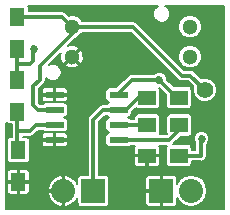
<source format=gtl>
G04 #@! TF.FileFunction,Copper,L1,Top,Signal*
%FSLAX46Y46*%
G04 Gerber Fmt 4.6, Leading zero omitted, Abs format (unit mm)*
G04 Created by KiCad (PCBNEW 4.0.1-stable) date 5/29/2016 12:54:54 PM*
%MOMM*%
G01*
G04 APERTURE LIST*
%ADD10C,0.100000*%
%ADD11R,2.032000X2.032000*%
%ADD12O,2.032000X2.032000*%
%ADD13C,1.397000*%
%ADD14R,1.500000X1.300000*%
%ADD15R,1.300000X1.500000*%
%ADD16C,1.300000*%
%ADD17R,1.550000X0.600000*%
%ADD18C,0.685800*%
%ADD19C,0.304800*%
%ADD20C,0.152400*%
G04 APERTURE END LIST*
D10*
D11*
X179770000Y-121590000D03*
D12*
X182310000Y-121590000D03*
D13*
X183450000Y-113050000D03*
D11*
X174010000Y-121590000D03*
D12*
X171470000Y-121590000D03*
D14*
X181260000Y-118610000D03*
X178560000Y-118610000D03*
D15*
X167560000Y-109550000D03*
X167560000Y-106850000D03*
X167580000Y-112180000D03*
X167580000Y-114880000D03*
X167670000Y-118130000D03*
X167670000Y-120830000D03*
D14*
X181260000Y-113710000D03*
X178560000Y-113710000D03*
D16*
X182200000Y-110240000D03*
X182200000Y-107700000D03*
X172200000Y-110240000D03*
X172200000Y-107700000D03*
D17*
X170749001Y-113464000D03*
X170749001Y-114734000D03*
X170749001Y-116004000D03*
X170749001Y-117274000D03*
X176149001Y-117274000D03*
X176149001Y-116004000D03*
X176149001Y-114734000D03*
X176149001Y-113464000D03*
D14*
X178580000Y-116010000D03*
X181280000Y-116010000D03*
D18*
X168970000Y-109580000D03*
X179590000Y-112170000D03*
X183170000Y-117180000D03*
D19*
X167580000Y-109570000D02*
X167560000Y-109550000D01*
X167580000Y-110870000D02*
X167580000Y-109570000D01*
X167580000Y-112180000D02*
X167580000Y-110870000D01*
X168630000Y-110870000D02*
X168930000Y-110570000D01*
X168930000Y-110570000D02*
X168930000Y-109620000D01*
X168930000Y-109620000D02*
X168970000Y-109580000D01*
X167580000Y-110870000D02*
X168630000Y-110870000D01*
X177260000Y-112170000D02*
X179590000Y-112170000D01*
X176149001Y-113280999D02*
X177260000Y-112170000D01*
X176149001Y-113464000D02*
X176149001Y-113280999D01*
X181130000Y-113710000D02*
X179590000Y-112170000D01*
X181260000Y-113710000D02*
X181130000Y-113710000D01*
X171350000Y-106850000D02*
X172200000Y-107700000D01*
X167560000Y-106850000D02*
X171350000Y-106850000D01*
X172200000Y-107700000D02*
X172200000Y-107790000D01*
X169510000Y-110980000D02*
X169510000Y-112160000D01*
X169510000Y-112160000D02*
X168940000Y-112730000D01*
X168940000Y-112730000D02*
X168940000Y-114350000D01*
X168940000Y-114350000D02*
X169324000Y-114734000D01*
X169324000Y-114734000D02*
X170749001Y-114734000D01*
X172200000Y-108290000D02*
X169510000Y-110980000D01*
X172200000Y-107700000D02*
X172200000Y-108290000D01*
X177380000Y-107700000D02*
X181500000Y-111820000D01*
X181500000Y-111820000D02*
X182220000Y-111820000D01*
X182220000Y-111820000D02*
X183450000Y-113050000D01*
X172200000Y-107700000D02*
X177380000Y-107700000D01*
X177800000Y-113710000D02*
X178560000Y-113710000D01*
X176776000Y-114734000D02*
X177800000Y-113710000D01*
X176149001Y-114734000D02*
X176776000Y-114734000D01*
X174836000Y-114734000D02*
X174010000Y-115560000D01*
X174010000Y-115560000D02*
X174010000Y-121590000D01*
X176149001Y-114734000D02*
X174836000Y-114734000D01*
X183170000Y-117180000D02*
X183120000Y-117230000D01*
X183120000Y-117230000D02*
X183120000Y-118630000D01*
X183120000Y-118630000D02*
X183100000Y-118610000D01*
X183100000Y-118610000D02*
X181260000Y-118610000D01*
X167580000Y-118040000D02*
X167670000Y-118130000D01*
X167580000Y-116510000D02*
X167580000Y-118040000D01*
X167580000Y-114880000D02*
X167580000Y-116510000D01*
X169126000Y-116004000D02*
X168620000Y-116510000D01*
X168620000Y-116510000D02*
X167580000Y-116510000D01*
X170749001Y-116004000D02*
X169126000Y-116004000D01*
X178574000Y-116004000D02*
X178580000Y-116010000D01*
X176149001Y-116004000D02*
X178574000Y-116004000D01*
X176149001Y-117274000D02*
X176734000Y-117274000D01*
X181280000Y-116448000D02*
X181280000Y-116010000D01*
X180454000Y-117274000D02*
X181280000Y-116448000D01*
X176149001Y-117274000D02*
X180454000Y-117274000D01*
D20*
G36*
X185059800Y-123119800D02*
X183843217Y-123119800D01*
X183843217Y-117046699D01*
X183740959Y-116799217D01*
X183551778Y-116609706D01*
X183304475Y-116507017D01*
X183036699Y-116506783D01*
X182789217Y-116609041D01*
X182599706Y-116798222D01*
X182497017Y-117045525D01*
X182496783Y-117313301D01*
X182599041Y-117560783D01*
X182637400Y-117599208D01*
X182637400Y-118127400D01*
X182346669Y-118127400D01*
X182346669Y-117960000D01*
X182322241Y-117834096D01*
X182249550Y-117723438D01*
X182139813Y-117649364D01*
X182010000Y-117623331D01*
X180783155Y-117623331D01*
X180795250Y-117615250D01*
X181413830Y-116996669D01*
X182030000Y-116996669D01*
X182155904Y-116972241D01*
X182266562Y-116899550D01*
X182340636Y-116789813D01*
X182366669Y-116660000D01*
X182366669Y-115360000D01*
X182342241Y-115234096D01*
X182269550Y-115123438D01*
X182159813Y-115049364D01*
X182030000Y-115023331D01*
X180530000Y-115023331D01*
X180404096Y-115047759D01*
X180293438Y-115120450D01*
X180219364Y-115230187D01*
X180193331Y-115360000D01*
X180193331Y-116660000D01*
X180217759Y-116785904D01*
X180221369Y-116791400D01*
X179639564Y-116791400D01*
X179640636Y-116789813D01*
X179666669Y-116660000D01*
X179666669Y-115360000D01*
X179642241Y-115234096D01*
X179569550Y-115123438D01*
X179459813Y-115049364D01*
X179330000Y-115023331D01*
X177830000Y-115023331D01*
X177704096Y-115047759D01*
X177593438Y-115120450D01*
X177519364Y-115230187D01*
X177493331Y-115360000D01*
X177493331Y-115521400D01*
X177198998Y-115521400D01*
X177163551Y-115467438D01*
X177053814Y-115393364D01*
X176932460Y-115369027D01*
X177049905Y-115346241D01*
X177160563Y-115273550D01*
X177234637Y-115163813D01*
X177260670Y-115034000D01*
X177260670Y-114931830D01*
X177585666Y-114606833D01*
X177680187Y-114670636D01*
X177810000Y-114696669D01*
X179310000Y-114696669D01*
X179435904Y-114672241D01*
X179546562Y-114599550D01*
X179620636Y-114489813D01*
X179646669Y-114360000D01*
X179646669Y-113060000D01*
X179622241Y-112934096D01*
X179562450Y-112843076D01*
X179580592Y-112843092D01*
X180173331Y-113435831D01*
X180173331Y-114360000D01*
X180197759Y-114485904D01*
X180270450Y-114596562D01*
X180380187Y-114670636D01*
X180510000Y-114696669D01*
X182010000Y-114696669D01*
X182135904Y-114672241D01*
X182246562Y-114599550D01*
X182320636Y-114489813D01*
X182346669Y-114360000D01*
X182346669Y-113060000D01*
X182322241Y-112934096D01*
X182249550Y-112823438D01*
X182139813Y-112749364D01*
X182010000Y-112723331D01*
X180825831Y-112723331D01*
X180263108Y-112160608D01*
X180263217Y-112036699D01*
X180160959Y-111789217D01*
X179971778Y-111599706D01*
X179724475Y-111497017D01*
X179456699Y-111496783D01*
X179209217Y-111599041D01*
X179120703Y-111687400D01*
X177260000Y-111687400D01*
X177075317Y-111724136D01*
X176918750Y-111828750D01*
X175920168Y-112827331D01*
X175374001Y-112827331D01*
X175248097Y-112851759D01*
X175137439Y-112924450D01*
X175063365Y-113034187D01*
X175037332Y-113164000D01*
X175037332Y-113764000D01*
X175061760Y-113889904D01*
X175134451Y-114000562D01*
X175244188Y-114074636D01*
X175365541Y-114098972D01*
X175248097Y-114121759D01*
X175137439Y-114194450D01*
X175098996Y-114251400D01*
X174836000Y-114251400D01*
X174651317Y-114288136D01*
X174494750Y-114392750D01*
X174494747Y-114392753D01*
X173668750Y-115218750D01*
X173564136Y-115375317D01*
X173527400Y-115560000D01*
X173527400Y-120237331D01*
X173182393Y-120237331D01*
X173182393Y-110423608D01*
X173177876Y-110033686D01*
X173037349Y-109694423D01*
X172883238Y-109628604D01*
X172271842Y-110240000D01*
X172883238Y-110851396D01*
X173037349Y-110785577D01*
X173182393Y-110423608D01*
X173182393Y-120237331D01*
X172994000Y-120237331D01*
X172868096Y-120261759D01*
X172811396Y-120299005D01*
X172811396Y-110923238D01*
X172200000Y-110311842D01*
X171588604Y-110923238D01*
X171654423Y-111077349D01*
X172016392Y-111222393D01*
X172406314Y-111217876D01*
X172745577Y-111077349D01*
X172811396Y-110923238D01*
X172811396Y-120299005D01*
X172757438Y-120334450D01*
X172683364Y-120444187D01*
X172657331Y-120574000D01*
X172657331Y-121005920D01*
X172590467Y-120843798D01*
X172219617Y-120471815D01*
X171854201Y-120319801D01*
X171854201Y-117639681D01*
X171854201Y-117508319D01*
X171854201Y-117407350D01*
X171854201Y-117140650D01*
X171854201Y-117039681D01*
X171854201Y-116908319D01*
X171803931Y-116786957D01*
X171711044Y-116694070D01*
X171589682Y-116643800D01*
X170882351Y-116643800D01*
X170799801Y-116726350D01*
X170799801Y-117223200D01*
X171771651Y-117223200D01*
X171854201Y-117140650D01*
X171854201Y-117407350D01*
X171771651Y-117324800D01*
X170799801Y-117324800D01*
X170799801Y-117821650D01*
X170882351Y-117904200D01*
X171589682Y-117904200D01*
X171711044Y-117853930D01*
X171803931Y-117761043D01*
X171854201Y-117639681D01*
X171854201Y-120319801D01*
X171734645Y-120270066D01*
X171730617Y-120269268D01*
X171520800Y-120327372D01*
X171520800Y-121539200D01*
X171540800Y-121539200D01*
X171540800Y-121640800D01*
X171520800Y-121640800D01*
X171520800Y-122852628D01*
X171730617Y-122910732D01*
X171734645Y-122909934D01*
X172219617Y-122708185D01*
X172590467Y-122336202D01*
X172657331Y-122174079D01*
X172657331Y-122606000D01*
X172681759Y-122731904D01*
X172754450Y-122842562D01*
X172864187Y-122916636D01*
X172994000Y-122942669D01*
X175026000Y-122942669D01*
X175151904Y-122918241D01*
X175262562Y-122845550D01*
X175336636Y-122735813D01*
X175362669Y-122606000D01*
X175362669Y-120574000D01*
X175338241Y-120448096D01*
X175265550Y-120337438D01*
X175155813Y-120263364D01*
X175026000Y-120237331D01*
X174492600Y-120237331D01*
X174492600Y-115759899D01*
X175035899Y-115216600D01*
X175099003Y-115216600D01*
X175134451Y-115270562D01*
X175244188Y-115344636D01*
X175365541Y-115368972D01*
X175248097Y-115391759D01*
X175137439Y-115464450D01*
X175063365Y-115574187D01*
X175037332Y-115704000D01*
X175037332Y-116304000D01*
X175061760Y-116429904D01*
X175134451Y-116540562D01*
X175244188Y-116614636D01*
X175365541Y-116638972D01*
X175248097Y-116661759D01*
X175137439Y-116734450D01*
X175063365Y-116844187D01*
X175037332Y-116974000D01*
X175037332Y-117574000D01*
X175061760Y-117699904D01*
X175134451Y-117810562D01*
X175244188Y-117884636D01*
X175374001Y-117910669D01*
X176924001Y-117910669D01*
X177049905Y-117886241D01*
X177160563Y-117813550D01*
X177199005Y-117756600D01*
X177546426Y-117756600D01*
X177530070Y-117772957D01*
X177479800Y-117894319D01*
X177479800Y-118025681D01*
X177479800Y-118476650D01*
X177562350Y-118559200D01*
X178509200Y-118559200D01*
X178509200Y-118539200D01*
X178610800Y-118539200D01*
X178610800Y-118559200D01*
X179557650Y-118559200D01*
X179640200Y-118476650D01*
X179640200Y-118025681D01*
X179640200Y-117894319D01*
X179589930Y-117772957D01*
X179573573Y-117756600D01*
X180249036Y-117756600D01*
X180199364Y-117830187D01*
X180173331Y-117960000D01*
X180173331Y-119260000D01*
X180197759Y-119385904D01*
X180270450Y-119496562D01*
X180380187Y-119570636D01*
X180510000Y-119596669D01*
X182010000Y-119596669D01*
X182135904Y-119572241D01*
X182246562Y-119499550D01*
X182320636Y-119389813D01*
X182346669Y-119260000D01*
X182346669Y-119092600D01*
X183019453Y-119092600D01*
X183120000Y-119112600D01*
X183304683Y-119075864D01*
X183461250Y-118971250D01*
X183565864Y-118814683D01*
X183602600Y-118630000D01*
X183602600Y-117699232D01*
X183740294Y-117561778D01*
X183842983Y-117314475D01*
X183843217Y-117046699D01*
X183843217Y-123119800D01*
X183656200Y-123119800D01*
X183656200Y-121616374D01*
X183656200Y-121563626D01*
X183553727Y-121048458D01*
X183261907Y-120611719D01*
X182825168Y-120319899D01*
X182310000Y-120217426D01*
X181794832Y-120319899D01*
X181358093Y-120611719D01*
X181116200Y-120973737D01*
X181116200Y-120508319D01*
X181065930Y-120386957D01*
X180973043Y-120294070D01*
X180851681Y-120243800D01*
X180720319Y-120243800D01*
X179903350Y-120243800D01*
X179820800Y-120326350D01*
X179820800Y-121539200D01*
X179840800Y-121539200D01*
X179840800Y-121640800D01*
X179820800Y-121640800D01*
X179820800Y-122853650D01*
X179903350Y-122936200D01*
X180720319Y-122936200D01*
X180851681Y-122936200D01*
X180973043Y-122885930D01*
X181065930Y-122793043D01*
X181116200Y-122671681D01*
X181116200Y-122206262D01*
X181358093Y-122568281D01*
X181794832Y-122860101D01*
X182310000Y-122962574D01*
X182825168Y-122860101D01*
X183261907Y-122568281D01*
X183553727Y-122131542D01*
X183656200Y-121616374D01*
X183656200Y-123119800D01*
X179719200Y-123119800D01*
X179719200Y-122853650D01*
X179719200Y-121640800D01*
X179719200Y-121539200D01*
X179719200Y-120326350D01*
X179640200Y-120247350D01*
X179640200Y-119325681D01*
X179640200Y-119194319D01*
X179640200Y-118743350D01*
X179557650Y-118660800D01*
X178610800Y-118660800D01*
X178610800Y-119507650D01*
X178693350Y-119590200D01*
X179375681Y-119590200D01*
X179497043Y-119539930D01*
X179589930Y-119447043D01*
X179640200Y-119325681D01*
X179640200Y-120247350D01*
X179636650Y-120243800D01*
X178819681Y-120243800D01*
X178688319Y-120243800D01*
X178566957Y-120294070D01*
X178509200Y-120351827D01*
X178509200Y-119507650D01*
X178509200Y-118660800D01*
X177562350Y-118660800D01*
X177479800Y-118743350D01*
X177479800Y-119194319D01*
X177479800Y-119325681D01*
X177530070Y-119447043D01*
X177622957Y-119539930D01*
X177744319Y-119590200D01*
X178426650Y-119590200D01*
X178509200Y-119507650D01*
X178509200Y-120351827D01*
X178474070Y-120386957D01*
X178423800Y-120508319D01*
X178423800Y-121456650D01*
X178506350Y-121539200D01*
X179719200Y-121539200D01*
X179719200Y-121640800D01*
X178506350Y-121640800D01*
X178423800Y-121723350D01*
X178423800Y-122671681D01*
X178474070Y-122793043D01*
X178566957Y-122885930D01*
X178688319Y-122936200D01*
X178819681Y-122936200D01*
X179636650Y-122936200D01*
X179719200Y-122853650D01*
X179719200Y-123119800D01*
X171419200Y-123119800D01*
X171419200Y-122852628D01*
X171419200Y-121640800D01*
X171419200Y-121539200D01*
X171419200Y-120327372D01*
X171209383Y-120269268D01*
X171205355Y-120270066D01*
X170720383Y-120471815D01*
X170698201Y-120494064D01*
X170698201Y-117821650D01*
X170698201Y-117324800D01*
X170698201Y-117223200D01*
X170698201Y-116726350D01*
X170615651Y-116643800D01*
X169908320Y-116643800D01*
X169786958Y-116694070D01*
X169694071Y-116786957D01*
X169643801Y-116908319D01*
X169643801Y-117039681D01*
X169643801Y-117140650D01*
X169726351Y-117223200D01*
X170698201Y-117223200D01*
X170698201Y-117324800D01*
X169726351Y-117324800D01*
X169643801Y-117407350D01*
X169643801Y-117508319D01*
X169643801Y-117639681D01*
X169694071Y-117761043D01*
X169786958Y-117853930D01*
X169908320Y-117904200D01*
X170615651Y-117904200D01*
X170698201Y-117821650D01*
X170698201Y-120494064D01*
X170349533Y-120843798D01*
X170149264Y-121329383D01*
X170207305Y-121539200D01*
X171419200Y-121539200D01*
X171419200Y-121640800D01*
X170207305Y-121640800D01*
X170149264Y-121850617D01*
X170349533Y-122336202D01*
X170720383Y-122708185D01*
X171205355Y-122909934D01*
X171209383Y-122910732D01*
X171419200Y-122852628D01*
X171419200Y-123119800D01*
X168650200Y-123119800D01*
X168650200Y-121645681D01*
X168650200Y-120963350D01*
X168650200Y-120696650D01*
X168650200Y-120014319D01*
X168599930Y-119892957D01*
X168507043Y-119800070D01*
X168385681Y-119749800D01*
X168254319Y-119749800D01*
X167803350Y-119749800D01*
X167720800Y-119832350D01*
X167720800Y-120779200D01*
X168567650Y-120779200D01*
X168650200Y-120696650D01*
X168650200Y-120963350D01*
X168567650Y-120880800D01*
X167720800Y-120880800D01*
X167720800Y-121827650D01*
X167803350Y-121910200D01*
X168254319Y-121910200D01*
X168385681Y-121910200D01*
X168507043Y-121859930D01*
X168599930Y-121767043D01*
X168650200Y-121645681D01*
X168650200Y-123119800D01*
X167619200Y-123119800D01*
X167619200Y-121827650D01*
X167619200Y-120880800D01*
X167619200Y-120779200D01*
X167619200Y-119832350D01*
X167536650Y-119749800D01*
X167085681Y-119749800D01*
X166954319Y-119749800D01*
X166832957Y-119800070D01*
X166740070Y-119892957D01*
X166689800Y-120014319D01*
X166689800Y-120696650D01*
X166772350Y-120779200D01*
X167619200Y-120779200D01*
X167619200Y-120880800D01*
X166772350Y-120880800D01*
X166689800Y-120963350D01*
X166689800Y-121645681D01*
X166740070Y-121767043D01*
X166832957Y-121859930D01*
X166954319Y-121910200D01*
X167085681Y-121910200D01*
X167536650Y-121910200D01*
X167619200Y-121827650D01*
X167619200Y-123119800D01*
X166650200Y-123119800D01*
X166650200Y-115805289D01*
X166690450Y-115866562D01*
X166800187Y-115940636D01*
X166930000Y-115966669D01*
X167097400Y-115966669D01*
X167097400Y-116510000D01*
X167097400Y-117043331D01*
X167020000Y-117043331D01*
X166894096Y-117067759D01*
X166783438Y-117140450D01*
X166709364Y-117250187D01*
X166683331Y-117380000D01*
X166683331Y-118880000D01*
X166707759Y-119005904D01*
X166780450Y-119116562D01*
X166890187Y-119190636D01*
X167020000Y-119216669D01*
X168320000Y-119216669D01*
X168445904Y-119192241D01*
X168556562Y-119119550D01*
X168630636Y-119009813D01*
X168656669Y-118880000D01*
X168656669Y-117380000D01*
X168632241Y-117254096D01*
X168559550Y-117143438D01*
X168449813Y-117069364D01*
X168320000Y-117043331D01*
X168062600Y-117043331D01*
X168062600Y-116992600D01*
X168620000Y-116992600D01*
X168804683Y-116955864D01*
X168961250Y-116851250D01*
X169325900Y-116486600D01*
X169699003Y-116486600D01*
X169734451Y-116540562D01*
X169844188Y-116614636D01*
X169974001Y-116640669D01*
X171524001Y-116640669D01*
X171649905Y-116616241D01*
X171760563Y-116543550D01*
X171834637Y-116433813D01*
X171860670Y-116304000D01*
X171860670Y-115704000D01*
X171836242Y-115578096D01*
X171763551Y-115467438D01*
X171653814Y-115393364D01*
X171532460Y-115369027D01*
X171649905Y-115346241D01*
X171760563Y-115273550D01*
X171834637Y-115163813D01*
X171860670Y-115034000D01*
X171860670Y-114434000D01*
X171854201Y-114400658D01*
X171854201Y-113829681D01*
X171854201Y-113698319D01*
X171854201Y-113597350D01*
X171854201Y-113330650D01*
X171854201Y-113229681D01*
X171854201Y-113098319D01*
X171803931Y-112976957D01*
X171711044Y-112884070D01*
X171589682Y-112833800D01*
X170882351Y-112833800D01*
X170799801Y-112916350D01*
X170799801Y-113413200D01*
X171771651Y-113413200D01*
X171854201Y-113330650D01*
X171854201Y-113597350D01*
X171771651Y-113514800D01*
X170799801Y-113514800D01*
X170799801Y-114011650D01*
X170882351Y-114094200D01*
X171589682Y-114094200D01*
X171711044Y-114043930D01*
X171803931Y-113951043D01*
X171854201Y-113829681D01*
X171854201Y-114400658D01*
X171836242Y-114308096D01*
X171763551Y-114197438D01*
X171653814Y-114123364D01*
X171524001Y-114097331D01*
X170698201Y-114097331D01*
X170698201Y-114011650D01*
X170698201Y-113514800D01*
X170698201Y-113413200D01*
X170698201Y-112916350D01*
X170615651Y-112833800D01*
X169908320Y-112833800D01*
X169786958Y-112884070D01*
X169694071Y-112976957D01*
X169643801Y-113098319D01*
X169643801Y-113229681D01*
X169643801Y-113330650D01*
X169726351Y-113413200D01*
X170698201Y-113413200D01*
X170698201Y-113514800D01*
X169726351Y-113514800D01*
X169643801Y-113597350D01*
X169643801Y-113698319D01*
X169643801Y-113829681D01*
X169694071Y-113951043D01*
X169786958Y-114043930D01*
X169908320Y-114094200D01*
X170615651Y-114094200D01*
X170698201Y-114011650D01*
X170698201Y-114097331D01*
X169974001Y-114097331D01*
X169848097Y-114121759D01*
X169737439Y-114194450D01*
X169698996Y-114251400D01*
X169523900Y-114251400D01*
X169422600Y-114150100D01*
X169422600Y-112929900D01*
X169851250Y-112501250D01*
X169955864Y-112344683D01*
X169992600Y-112160000D01*
X169992601Y-112160000D01*
X169992600Y-112159994D01*
X169992600Y-111995098D01*
X170185835Y-112188672D01*
X170454117Y-112300073D01*
X170744608Y-112300326D01*
X171013084Y-112189394D01*
X171218672Y-111984165D01*
X171330073Y-111715883D01*
X171330326Y-111425392D01*
X171219394Y-111156916D01*
X171014165Y-110951328D01*
X170745883Y-110839927D01*
X170455392Y-110839674D01*
X170246522Y-110925976D01*
X171285473Y-109887026D01*
X171217607Y-110056392D01*
X171222124Y-110446314D01*
X171362651Y-110785577D01*
X171516762Y-110851396D01*
X172128158Y-110240000D01*
X172114015Y-110225857D01*
X172185857Y-110154015D01*
X172200000Y-110168158D01*
X172811396Y-109556762D01*
X172745577Y-109402651D01*
X172383608Y-109257607D01*
X171993686Y-109262124D01*
X171851465Y-109321033D01*
X172541246Y-108631252D01*
X172541249Y-108631250D01*
X172541250Y-108631250D01*
X172552025Y-108615123D01*
X172754513Y-108531457D01*
X173030488Y-108255964D01*
X173060951Y-108182600D01*
X177180100Y-108182600D01*
X181158750Y-112161250D01*
X181315317Y-112265864D01*
X181500000Y-112302600D01*
X182020100Y-112302600D01*
X182462702Y-112745202D01*
X182421479Y-112844481D01*
X182421122Y-113253723D01*
X182577402Y-113631950D01*
X182866528Y-113921581D01*
X183244481Y-114078521D01*
X183653723Y-114078878D01*
X184031950Y-113922598D01*
X184321581Y-113633472D01*
X184478521Y-113255519D01*
X184478878Y-112846277D01*
X184322598Y-112468050D01*
X184033472Y-112178419D01*
X183655519Y-112021479D01*
X183246277Y-112021122D01*
X183180370Y-112048353D01*
X183180370Y-110045882D01*
X183180370Y-107505882D01*
X183031457Y-107145487D01*
X182755964Y-106869512D01*
X182395829Y-106719971D01*
X182005882Y-106719630D01*
X181645487Y-106868543D01*
X181369512Y-107144036D01*
X181219971Y-107504171D01*
X181219630Y-107894118D01*
X181368543Y-108254513D01*
X181644036Y-108530488D01*
X182004171Y-108680029D01*
X182394118Y-108680370D01*
X182754513Y-108531457D01*
X183030488Y-108255964D01*
X183180029Y-107895829D01*
X183180370Y-107505882D01*
X183180370Y-110045882D01*
X183031457Y-109685487D01*
X182755964Y-109409512D01*
X182395829Y-109259971D01*
X182005882Y-109259630D01*
X181645487Y-109408543D01*
X181369512Y-109684036D01*
X181219971Y-110044171D01*
X181219630Y-110434118D01*
X181368543Y-110794513D01*
X181644036Y-111070488D01*
X182004171Y-111220029D01*
X182394118Y-111220370D01*
X182754513Y-111071457D01*
X183030488Y-110795964D01*
X183180029Y-110435829D01*
X183180370Y-110045882D01*
X183180370Y-112048353D01*
X183145331Y-112062831D01*
X182561250Y-111478750D01*
X182404683Y-111374136D01*
X182220000Y-111337400D01*
X181699900Y-111337400D01*
X177721250Y-107358750D01*
X177564683Y-107254136D01*
X177380000Y-107217400D01*
X173061171Y-107217400D01*
X173031457Y-107145487D01*
X172755964Y-106869512D01*
X172395829Y-106719971D01*
X172005882Y-106719630D01*
X171932465Y-106749965D01*
X171691250Y-106508750D01*
X171534683Y-106404136D01*
X171350000Y-106367400D01*
X168546669Y-106367400D01*
X168546669Y-106100000D01*
X168522241Y-105974096D01*
X168513112Y-105960200D01*
X179484706Y-105960200D01*
X179386916Y-106000606D01*
X179181328Y-106205835D01*
X179069927Y-106474117D01*
X179069674Y-106764608D01*
X179180606Y-107033084D01*
X179385835Y-107238672D01*
X179654117Y-107350073D01*
X179944608Y-107350326D01*
X180213084Y-107239394D01*
X180418672Y-107034165D01*
X180530073Y-106765883D01*
X180530326Y-106475392D01*
X180419394Y-106206916D01*
X180214165Y-106001328D01*
X180115118Y-105960200D01*
X185059800Y-105960200D01*
X185059800Y-123119800D01*
X185059800Y-123119800D01*
G37*
X185059800Y-123119800D02*
X183843217Y-123119800D01*
X183843217Y-117046699D01*
X183740959Y-116799217D01*
X183551778Y-116609706D01*
X183304475Y-116507017D01*
X183036699Y-116506783D01*
X182789217Y-116609041D01*
X182599706Y-116798222D01*
X182497017Y-117045525D01*
X182496783Y-117313301D01*
X182599041Y-117560783D01*
X182637400Y-117599208D01*
X182637400Y-118127400D01*
X182346669Y-118127400D01*
X182346669Y-117960000D01*
X182322241Y-117834096D01*
X182249550Y-117723438D01*
X182139813Y-117649364D01*
X182010000Y-117623331D01*
X180783155Y-117623331D01*
X180795250Y-117615250D01*
X181413830Y-116996669D01*
X182030000Y-116996669D01*
X182155904Y-116972241D01*
X182266562Y-116899550D01*
X182340636Y-116789813D01*
X182366669Y-116660000D01*
X182366669Y-115360000D01*
X182342241Y-115234096D01*
X182269550Y-115123438D01*
X182159813Y-115049364D01*
X182030000Y-115023331D01*
X180530000Y-115023331D01*
X180404096Y-115047759D01*
X180293438Y-115120450D01*
X180219364Y-115230187D01*
X180193331Y-115360000D01*
X180193331Y-116660000D01*
X180217759Y-116785904D01*
X180221369Y-116791400D01*
X179639564Y-116791400D01*
X179640636Y-116789813D01*
X179666669Y-116660000D01*
X179666669Y-115360000D01*
X179642241Y-115234096D01*
X179569550Y-115123438D01*
X179459813Y-115049364D01*
X179330000Y-115023331D01*
X177830000Y-115023331D01*
X177704096Y-115047759D01*
X177593438Y-115120450D01*
X177519364Y-115230187D01*
X177493331Y-115360000D01*
X177493331Y-115521400D01*
X177198998Y-115521400D01*
X177163551Y-115467438D01*
X177053814Y-115393364D01*
X176932460Y-115369027D01*
X177049905Y-115346241D01*
X177160563Y-115273550D01*
X177234637Y-115163813D01*
X177260670Y-115034000D01*
X177260670Y-114931830D01*
X177585666Y-114606833D01*
X177680187Y-114670636D01*
X177810000Y-114696669D01*
X179310000Y-114696669D01*
X179435904Y-114672241D01*
X179546562Y-114599550D01*
X179620636Y-114489813D01*
X179646669Y-114360000D01*
X179646669Y-113060000D01*
X179622241Y-112934096D01*
X179562450Y-112843076D01*
X179580592Y-112843092D01*
X180173331Y-113435831D01*
X180173331Y-114360000D01*
X180197759Y-114485904D01*
X180270450Y-114596562D01*
X180380187Y-114670636D01*
X180510000Y-114696669D01*
X182010000Y-114696669D01*
X182135904Y-114672241D01*
X182246562Y-114599550D01*
X182320636Y-114489813D01*
X182346669Y-114360000D01*
X182346669Y-113060000D01*
X182322241Y-112934096D01*
X182249550Y-112823438D01*
X182139813Y-112749364D01*
X182010000Y-112723331D01*
X180825831Y-112723331D01*
X180263108Y-112160608D01*
X180263217Y-112036699D01*
X180160959Y-111789217D01*
X179971778Y-111599706D01*
X179724475Y-111497017D01*
X179456699Y-111496783D01*
X179209217Y-111599041D01*
X179120703Y-111687400D01*
X177260000Y-111687400D01*
X177075317Y-111724136D01*
X176918750Y-111828750D01*
X175920168Y-112827331D01*
X175374001Y-112827331D01*
X175248097Y-112851759D01*
X175137439Y-112924450D01*
X175063365Y-113034187D01*
X175037332Y-113164000D01*
X175037332Y-113764000D01*
X175061760Y-113889904D01*
X175134451Y-114000562D01*
X175244188Y-114074636D01*
X175365541Y-114098972D01*
X175248097Y-114121759D01*
X175137439Y-114194450D01*
X175098996Y-114251400D01*
X174836000Y-114251400D01*
X174651317Y-114288136D01*
X174494750Y-114392750D01*
X174494747Y-114392753D01*
X173668750Y-115218750D01*
X173564136Y-115375317D01*
X173527400Y-115560000D01*
X173527400Y-120237331D01*
X173182393Y-120237331D01*
X173182393Y-110423608D01*
X173177876Y-110033686D01*
X173037349Y-109694423D01*
X172883238Y-109628604D01*
X172271842Y-110240000D01*
X172883238Y-110851396D01*
X173037349Y-110785577D01*
X173182393Y-110423608D01*
X173182393Y-120237331D01*
X172994000Y-120237331D01*
X172868096Y-120261759D01*
X172811396Y-120299005D01*
X172811396Y-110923238D01*
X172200000Y-110311842D01*
X171588604Y-110923238D01*
X171654423Y-111077349D01*
X172016392Y-111222393D01*
X172406314Y-111217876D01*
X172745577Y-111077349D01*
X172811396Y-110923238D01*
X172811396Y-120299005D01*
X172757438Y-120334450D01*
X172683364Y-120444187D01*
X172657331Y-120574000D01*
X172657331Y-121005920D01*
X172590467Y-120843798D01*
X172219617Y-120471815D01*
X171854201Y-120319801D01*
X171854201Y-117639681D01*
X171854201Y-117508319D01*
X171854201Y-117407350D01*
X171854201Y-117140650D01*
X171854201Y-117039681D01*
X171854201Y-116908319D01*
X171803931Y-116786957D01*
X171711044Y-116694070D01*
X171589682Y-116643800D01*
X170882351Y-116643800D01*
X170799801Y-116726350D01*
X170799801Y-117223200D01*
X171771651Y-117223200D01*
X171854201Y-117140650D01*
X171854201Y-117407350D01*
X171771651Y-117324800D01*
X170799801Y-117324800D01*
X170799801Y-117821650D01*
X170882351Y-117904200D01*
X171589682Y-117904200D01*
X171711044Y-117853930D01*
X171803931Y-117761043D01*
X171854201Y-117639681D01*
X171854201Y-120319801D01*
X171734645Y-120270066D01*
X171730617Y-120269268D01*
X171520800Y-120327372D01*
X171520800Y-121539200D01*
X171540800Y-121539200D01*
X171540800Y-121640800D01*
X171520800Y-121640800D01*
X171520800Y-122852628D01*
X171730617Y-122910732D01*
X171734645Y-122909934D01*
X172219617Y-122708185D01*
X172590467Y-122336202D01*
X172657331Y-122174079D01*
X172657331Y-122606000D01*
X172681759Y-122731904D01*
X172754450Y-122842562D01*
X172864187Y-122916636D01*
X172994000Y-122942669D01*
X175026000Y-122942669D01*
X175151904Y-122918241D01*
X175262562Y-122845550D01*
X175336636Y-122735813D01*
X175362669Y-122606000D01*
X175362669Y-120574000D01*
X175338241Y-120448096D01*
X175265550Y-120337438D01*
X175155813Y-120263364D01*
X175026000Y-120237331D01*
X174492600Y-120237331D01*
X174492600Y-115759899D01*
X175035899Y-115216600D01*
X175099003Y-115216600D01*
X175134451Y-115270562D01*
X175244188Y-115344636D01*
X175365541Y-115368972D01*
X175248097Y-115391759D01*
X175137439Y-115464450D01*
X175063365Y-115574187D01*
X175037332Y-115704000D01*
X175037332Y-116304000D01*
X175061760Y-116429904D01*
X175134451Y-116540562D01*
X175244188Y-116614636D01*
X175365541Y-116638972D01*
X175248097Y-116661759D01*
X175137439Y-116734450D01*
X175063365Y-116844187D01*
X175037332Y-116974000D01*
X175037332Y-117574000D01*
X175061760Y-117699904D01*
X175134451Y-117810562D01*
X175244188Y-117884636D01*
X175374001Y-117910669D01*
X176924001Y-117910669D01*
X177049905Y-117886241D01*
X177160563Y-117813550D01*
X177199005Y-117756600D01*
X177546426Y-117756600D01*
X177530070Y-117772957D01*
X177479800Y-117894319D01*
X177479800Y-118025681D01*
X177479800Y-118476650D01*
X177562350Y-118559200D01*
X178509200Y-118559200D01*
X178509200Y-118539200D01*
X178610800Y-118539200D01*
X178610800Y-118559200D01*
X179557650Y-118559200D01*
X179640200Y-118476650D01*
X179640200Y-118025681D01*
X179640200Y-117894319D01*
X179589930Y-117772957D01*
X179573573Y-117756600D01*
X180249036Y-117756600D01*
X180199364Y-117830187D01*
X180173331Y-117960000D01*
X180173331Y-119260000D01*
X180197759Y-119385904D01*
X180270450Y-119496562D01*
X180380187Y-119570636D01*
X180510000Y-119596669D01*
X182010000Y-119596669D01*
X182135904Y-119572241D01*
X182246562Y-119499550D01*
X182320636Y-119389813D01*
X182346669Y-119260000D01*
X182346669Y-119092600D01*
X183019453Y-119092600D01*
X183120000Y-119112600D01*
X183304683Y-119075864D01*
X183461250Y-118971250D01*
X183565864Y-118814683D01*
X183602600Y-118630000D01*
X183602600Y-117699232D01*
X183740294Y-117561778D01*
X183842983Y-117314475D01*
X183843217Y-117046699D01*
X183843217Y-123119800D01*
X183656200Y-123119800D01*
X183656200Y-121616374D01*
X183656200Y-121563626D01*
X183553727Y-121048458D01*
X183261907Y-120611719D01*
X182825168Y-120319899D01*
X182310000Y-120217426D01*
X181794832Y-120319899D01*
X181358093Y-120611719D01*
X181116200Y-120973737D01*
X181116200Y-120508319D01*
X181065930Y-120386957D01*
X180973043Y-120294070D01*
X180851681Y-120243800D01*
X180720319Y-120243800D01*
X179903350Y-120243800D01*
X179820800Y-120326350D01*
X179820800Y-121539200D01*
X179840800Y-121539200D01*
X179840800Y-121640800D01*
X179820800Y-121640800D01*
X179820800Y-122853650D01*
X179903350Y-122936200D01*
X180720319Y-122936200D01*
X180851681Y-122936200D01*
X180973043Y-122885930D01*
X181065930Y-122793043D01*
X181116200Y-122671681D01*
X181116200Y-122206262D01*
X181358093Y-122568281D01*
X181794832Y-122860101D01*
X182310000Y-122962574D01*
X182825168Y-122860101D01*
X183261907Y-122568281D01*
X183553727Y-122131542D01*
X183656200Y-121616374D01*
X183656200Y-123119800D01*
X179719200Y-123119800D01*
X179719200Y-122853650D01*
X179719200Y-121640800D01*
X179719200Y-121539200D01*
X179719200Y-120326350D01*
X179640200Y-120247350D01*
X179640200Y-119325681D01*
X179640200Y-119194319D01*
X179640200Y-118743350D01*
X179557650Y-118660800D01*
X178610800Y-118660800D01*
X178610800Y-119507650D01*
X178693350Y-119590200D01*
X179375681Y-119590200D01*
X179497043Y-119539930D01*
X179589930Y-119447043D01*
X179640200Y-119325681D01*
X179640200Y-120247350D01*
X179636650Y-120243800D01*
X178819681Y-120243800D01*
X178688319Y-120243800D01*
X178566957Y-120294070D01*
X178509200Y-120351827D01*
X178509200Y-119507650D01*
X178509200Y-118660800D01*
X177562350Y-118660800D01*
X177479800Y-118743350D01*
X177479800Y-119194319D01*
X177479800Y-119325681D01*
X177530070Y-119447043D01*
X177622957Y-119539930D01*
X177744319Y-119590200D01*
X178426650Y-119590200D01*
X178509200Y-119507650D01*
X178509200Y-120351827D01*
X178474070Y-120386957D01*
X178423800Y-120508319D01*
X178423800Y-121456650D01*
X178506350Y-121539200D01*
X179719200Y-121539200D01*
X179719200Y-121640800D01*
X178506350Y-121640800D01*
X178423800Y-121723350D01*
X178423800Y-122671681D01*
X178474070Y-122793043D01*
X178566957Y-122885930D01*
X178688319Y-122936200D01*
X178819681Y-122936200D01*
X179636650Y-122936200D01*
X179719200Y-122853650D01*
X179719200Y-123119800D01*
X171419200Y-123119800D01*
X171419200Y-122852628D01*
X171419200Y-121640800D01*
X171419200Y-121539200D01*
X171419200Y-120327372D01*
X171209383Y-120269268D01*
X171205355Y-120270066D01*
X170720383Y-120471815D01*
X170698201Y-120494064D01*
X170698201Y-117821650D01*
X170698201Y-117324800D01*
X170698201Y-117223200D01*
X170698201Y-116726350D01*
X170615651Y-116643800D01*
X169908320Y-116643800D01*
X169786958Y-116694070D01*
X169694071Y-116786957D01*
X169643801Y-116908319D01*
X169643801Y-117039681D01*
X169643801Y-117140650D01*
X169726351Y-117223200D01*
X170698201Y-117223200D01*
X170698201Y-117324800D01*
X169726351Y-117324800D01*
X169643801Y-117407350D01*
X169643801Y-117508319D01*
X169643801Y-117639681D01*
X169694071Y-117761043D01*
X169786958Y-117853930D01*
X169908320Y-117904200D01*
X170615651Y-117904200D01*
X170698201Y-117821650D01*
X170698201Y-120494064D01*
X170349533Y-120843798D01*
X170149264Y-121329383D01*
X170207305Y-121539200D01*
X171419200Y-121539200D01*
X171419200Y-121640800D01*
X170207305Y-121640800D01*
X170149264Y-121850617D01*
X170349533Y-122336202D01*
X170720383Y-122708185D01*
X171205355Y-122909934D01*
X171209383Y-122910732D01*
X171419200Y-122852628D01*
X171419200Y-123119800D01*
X168650200Y-123119800D01*
X168650200Y-121645681D01*
X168650200Y-120963350D01*
X168650200Y-120696650D01*
X168650200Y-120014319D01*
X168599930Y-119892957D01*
X168507043Y-119800070D01*
X168385681Y-119749800D01*
X168254319Y-119749800D01*
X167803350Y-119749800D01*
X167720800Y-119832350D01*
X167720800Y-120779200D01*
X168567650Y-120779200D01*
X168650200Y-120696650D01*
X168650200Y-120963350D01*
X168567650Y-120880800D01*
X167720800Y-120880800D01*
X167720800Y-121827650D01*
X167803350Y-121910200D01*
X168254319Y-121910200D01*
X168385681Y-121910200D01*
X168507043Y-121859930D01*
X168599930Y-121767043D01*
X168650200Y-121645681D01*
X168650200Y-123119800D01*
X167619200Y-123119800D01*
X167619200Y-121827650D01*
X167619200Y-120880800D01*
X167619200Y-120779200D01*
X167619200Y-119832350D01*
X167536650Y-119749800D01*
X167085681Y-119749800D01*
X166954319Y-119749800D01*
X166832957Y-119800070D01*
X166740070Y-119892957D01*
X166689800Y-120014319D01*
X166689800Y-120696650D01*
X166772350Y-120779200D01*
X167619200Y-120779200D01*
X167619200Y-120880800D01*
X166772350Y-120880800D01*
X166689800Y-120963350D01*
X166689800Y-121645681D01*
X166740070Y-121767043D01*
X166832957Y-121859930D01*
X166954319Y-121910200D01*
X167085681Y-121910200D01*
X167536650Y-121910200D01*
X167619200Y-121827650D01*
X167619200Y-123119800D01*
X166650200Y-123119800D01*
X166650200Y-115805289D01*
X166690450Y-115866562D01*
X166800187Y-115940636D01*
X166930000Y-115966669D01*
X167097400Y-115966669D01*
X167097400Y-116510000D01*
X167097400Y-117043331D01*
X167020000Y-117043331D01*
X166894096Y-117067759D01*
X166783438Y-117140450D01*
X166709364Y-117250187D01*
X166683331Y-117380000D01*
X166683331Y-118880000D01*
X166707759Y-119005904D01*
X166780450Y-119116562D01*
X166890187Y-119190636D01*
X167020000Y-119216669D01*
X168320000Y-119216669D01*
X168445904Y-119192241D01*
X168556562Y-119119550D01*
X168630636Y-119009813D01*
X168656669Y-118880000D01*
X168656669Y-117380000D01*
X168632241Y-117254096D01*
X168559550Y-117143438D01*
X168449813Y-117069364D01*
X168320000Y-117043331D01*
X168062600Y-117043331D01*
X168062600Y-116992600D01*
X168620000Y-116992600D01*
X168804683Y-116955864D01*
X168961250Y-116851250D01*
X169325900Y-116486600D01*
X169699003Y-116486600D01*
X169734451Y-116540562D01*
X169844188Y-116614636D01*
X169974001Y-116640669D01*
X171524001Y-116640669D01*
X171649905Y-116616241D01*
X171760563Y-116543550D01*
X171834637Y-116433813D01*
X171860670Y-116304000D01*
X171860670Y-115704000D01*
X171836242Y-115578096D01*
X171763551Y-115467438D01*
X171653814Y-115393364D01*
X171532460Y-115369027D01*
X171649905Y-115346241D01*
X171760563Y-115273550D01*
X171834637Y-115163813D01*
X171860670Y-115034000D01*
X171860670Y-114434000D01*
X171854201Y-114400658D01*
X171854201Y-113829681D01*
X171854201Y-113698319D01*
X171854201Y-113597350D01*
X171854201Y-113330650D01*
X171854201Y-113229681D01*
X171854201Y-113098319D01*
X171803931Y-112976957D01*
X171711044Y-112884070D01*
X171589682Y-112833800D01*
X170882351Y-112833800D01*
X170799801Y-112916350D01*
X170799801Y-113413200D01*
X171771651Y-113413200D01*
X171854201Y-113330650D01*
X171854201Y-113597350D01*
X171771651Y-113514800D01*
X170799801Y-113514800D01*
X170799801Y-114011650D01*
X170882351Y-114094200D01*
X171589682Y-114094200D01*
X171711044Y-114043930D01*
X171803931Y-113951043D01*
X171854201Y-113829681D01*
X171854201Y-114400658D01*
X171836242Y-114308096D01*
X171763551Y-114197438D01*
X171653814Y-114123364D01*
X171524001Y-114097331D01*
X170698201Y-114097331D01*
X170698201Y-114011650D01*
X170698201Y-113514800D01*
X170698201Y-113413200D01*
X170698201Y-112916350D01*
X170615651Y-112833800D01*
X169908320Y-112833800D01*
X169786958Y-112884070D01*
X169694071Y-112976957D01*
X169643801Y-113098319D01*
X169643801Y-113229681D01*
X169643801Y-113330650D01*
X169726351Y-113413200D01*
X170698201Y-113413200D01*
X170698201Y-113514800D01*
X169726351Y-113514800D01*
X169643801Y-113597350D01*
X169643801Y-113698319D01*
X169643801Y-113829681D01*
X169694071Y-113951043D01*
X169786958Y-114043930D01*
X169908320Y-114094200D01*
X170615651Y-114094200D01*
X170698201Y-114011650D01*
X170698201Y-114097331D01*
X169974001Y-114097331D01*
X169848097Y-114121759D01*
X169737439Y-114194450D01*
X169698996Y-114251400D01*
X169523900Y-114251400D01*
X169422600Y-114150100D01*
X169422600Y-112929900D01*
X169851250Y-112501250D01*
X169955864Y-112344683D01*
X169992600Y-112160000D01*
X169992601Y-112160000D01*
X169992600Y-112159994D01*
X169992600Y-111995098D01*
X170185835Y-112188672D01*
X170454117Y-112300073D01*
X170744608Y-112300326D01*
X171013084Y-112189394D01*
X171218672Y-111984165D01*
X171330073Y-111715883D01*
X171330326Y-111425392D01*
X171219394Y-111156916D01*
X171014165Y-110951328D01*
X170745883Y-110839927D01*
X170455392Y-110839674D01*
X170246522Y-110925976D01*
X171285473Y-109887026D01*
X171217607Y-110056392D01*
X171222124Y-110446314D01*
X171362651Y-110785577D01*
X171516762Y-110851396D01*
X172128158Y-110240000D01*
X172114015Y-110225857D01*
X172185857Y-110154015D01*
X172200000Y-110168158D01*
X172811396Y-109556762D01*
X172745577Y-109402651D01*
X172383608Y-109257607D01*
X171993686Y-109262124D01*
X171851465Y-109321033D01*
X172541246Y-108631252D01*
X172541249Y-108631250D01*
X172541250Y-108631250D01*
X172552025Y-108615123D01*
X172754513Y-108531457D01*
X173030488Y-108255964D01*
X173060951Y-108182600D01*
X177180100Y-108182600D01*
X181158750Y-112161250D01*
X181315317Y-112265864D01*
X181500000Y-112302600D01*
X182020100Y-112302600D01*
X182462702Y-112745202D01*
X182421479Y-112844481D01*
X182421122Y-113253723D01*
X182577402Y-113631950D01*
X182866528Y-113921581D01*
X183244481Y-114078521D01*
X183653723Y-114078878D01*
X184031950Y-113922598D01*
X184321581Y-113633472D01*
X184478521Y-113255519D01*
X184478878Y-112846277D01*
X184322598Y-112468050D01*
X184033472Y-112178419D01*
X183655519Y-112021479D01*
X183246277Y-112021122D01*
X183180370Y-112048353D01*
X183180370Y-110045882D01*
X183180370Y-107505882D01*
X183031457Y-107145487D01*
X182755964Y-106869512D01*
X182395829Y-106719971D01*
X182005882Y-106719630D01*
X181645487Y-106868543D01*
X181369512Y-107144036D01*
X181219971Y-107504171D01*
X181219630Y-107894118D01*
X181368543Y-108254513D01*
X181644036Y-108530488D01*
X182004171Y-108680029D01*
X182394118Y-108680370D01*
X182754513Y-108531457D01*
X183030488Y-108255964D01*
X183180029Y-107895829D01*
X183180370Y-107505882D01*
X183180370Y-110045882D01*
X183031457Y-109685487D01*
X182755964Y-109409512D01*
X182395829Y-109259971D01*
X182005882Y-109259630D01*
X181645487Y-109408543D01*
X181369512Y-109684036D01*
X181219971Y-110044171D01*
X181219630Y-110434118D01*
X181368543Y-110794513D01*
X181644036Y-111070488D01*
X182004171Y-111220029D01*
X182394118Y-111220370D01*
X182754513Y-111071457D01*
X183030488Y-110795964D01*
X183180029Y-110435829D01*
X183180370Y-110045882D01*
X183180370Y-112048353D01*
X183145331Y-112062831D01*
X182561250Y-111478750D01*
X182404683Y-111374136D01*
X182220000Y-111337400D01*
X181699900Y-111337400D01*
X177721250Y-107358750D01*
X177564683Y-107254136D01*
X177380000Y-107217400D01*
X173061171Y-107217400D01*
X173031457Y-107145487D01*
X172755964Y-106869512D01*
X172395829Y-106719971D01*
X172005882Y-106719630D01*
X171932465Y-106749965D01*
X171691250Y-106508750D01*
X171534683Y-106404136D01*
X171350000Y-106367400D01*
X168546669Y-106367400D01*
X168546669Y-106100000D01*
X168522241Y-105974096D01*
X168513112Y-105960200D01*
X179484706Y-105960200D01*
X179386916Y-106000606D01*
X179181328Y-106205835D01*
X179069927Y-106474117D01*
X179069674Y-106764608D01*
X179180606Y-107033084D01*
X179385835Y-107238672D01*
X179654117Y-107350073D01*
X179944608Y-107350326D01*
X180213084Y-107239394D01*
X180418672Y-107034165D01*
X180530073Y-106765883D01*
X180530326Y-106475392D01*
X180419394Y-106206916D01*
X180214165Y-106001328D01*
X180115118Y-105960200D01*
X185059800Y-105960200D01*
X185059800Y-123119800D01*
M02*

</source>
